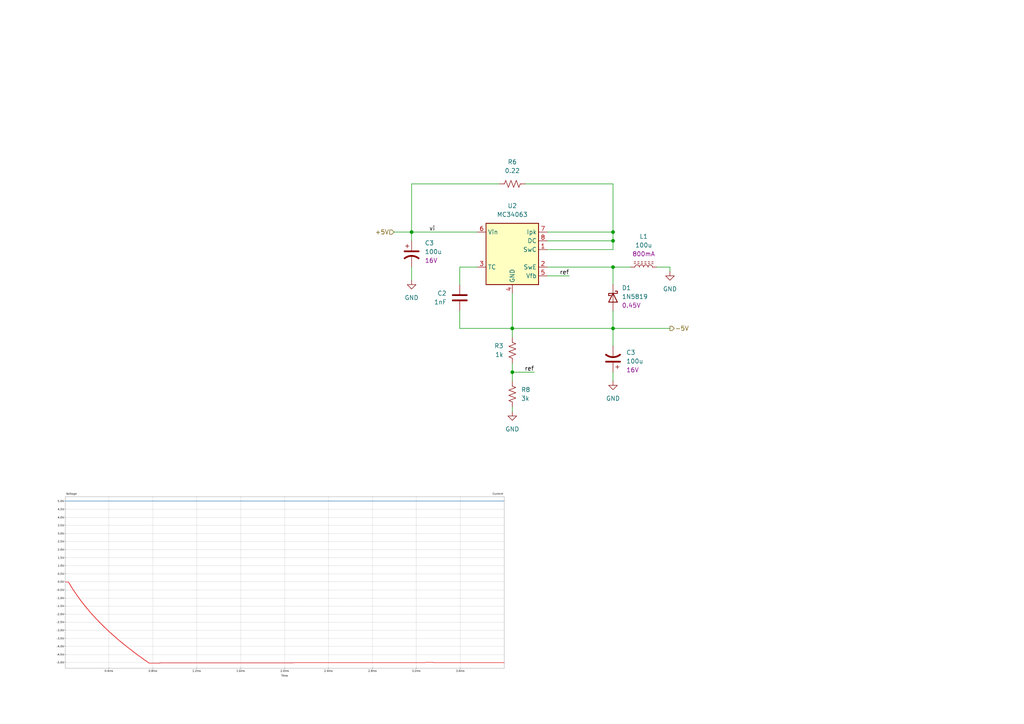
<source format=kicad_sch>
(kicad_sch (version 20230121) (generator eeschema)
  (paper "A4")
  (title_block (title "Signal-adapter") (date "2023-12-03") (rev "v1.0.0") (company "Maykol Rey") (comment 1 "Maykol Rey"))
  (lib_symbols
    (symbol "Device:C" (pin_numbers hide) (pin_names (offset 0.254))
      (property "Reference" "C" (at 0.635 2.54 0))
      (property "Value" "C" (at 0.635 -2.54 0))
      (symbol "C_0_1"
        (polyline (pts (xy -2.032 -0.762) (xy 2.032 -0.762)) (stroke (width 0.508)))
        (polyline (pts (xy -2.032 0.762) (xy 2.032 0.762)) (stroke (width 0.508)))
      )
      (symbol "C_1_1"
        (pin passive line (at 0 3.81 270) (length 2.794) (name "~") (number "1"))
        (pin passive line (at 0 -3.81 90) (length 2.794) (name "~") (number "2"))
      )
    )
    (symbol "Device:C_Polarized_US" (pin_numbers hide) (pin_names (offset 0.254) hide)
      (property "Reference" "C" (at 0.635 2.54 0))
      (property "Value" "C_Polarized_US" (at 0.635 -2.54 0))
      (symbol "C_Polarized_US_0_1"
        (polyline (pts (xy -2.032 0.762) (xy 2.032 0.762)) (stroke (width 0.508)))
        (polyline (pts (xy -1.778 2.286) (xy -0.762 2.286)))
        (polyline (pts (xy -1.27 1.778) (xy -1.27 2.794)))
        (arc (start 2.032 -1.27) (mid 0 -0.5572) (end -2.032 -1.27) (stroke (width 0.508)))
      )
      (symbol "C_Polarized_US_1_1"
        (pin passive line (at 0 3.81 270) (length 2.794) (name "~") (number "1"))
        (pin passive line (at 0 -3.81 90) (length 3.302) (name "~") (number "2"))
      )
    )
    (symbol "Device:L_Ferrite" (pin_numbers hide) (pin_names (offset 1.016) hide)
      (property "Reference" "L" (at -1.27 0 90))
      (property "Value" "L_Ferrite" (at 2.794 0 90))
      (symbol "L_Ferrite_0_1"
        (arc (start 0 -2.54) (mid 0.6323 -1.905) (end 0 -1.27))
        (arc (start 0 -1.27) (mid 0.6323 -0.635) (end 0 0))
        (polyline (pts (xy 1.016 -2.794) (xy 1.016 -2.286)))
        (polyline (pts (xy 1.016 -1.778) (xy 1.016 -1.27)))
        (polyline (pts (xy 1.016 -0.762) (xy 1.016 -0.254)))
        (polyline (pts (xy 1.016 0.254) (xy 1.016 0.762)))
        (polyline (pts (xy 1.016 1.27) (xy 1.016 1.778)))
        (polyline (pts (xy 1.016 2.286) (xy 1.016 2.794)))
        (polyline (pts (xy 1.524 -2.286) (xy 1.524 -2.794)))
        (polyline (pts (xy 1.524 -1.27) (xy 1.524 -1.778)))
        (polyline (pts (xy 1.524 -0.254) (xy 1.524 -0.762)))
        (polyline (pts (xy 1.524 0.762) (xy 1.524 0.254)))
        (polyline (pts (xy 1.524 1.778) (xy 1.524 1.27)))
        (polyline (pts (xy 1.524 2.794) (xy 1.524 2.286)))
        (arc (start 0 0) (mid 0.6323 0.635) (end 0 1.27))
        (arc (start 0 1.27) (mid 0.6323 1.905) (end 0 2.54))
      )
      (symbol "L_Ferrite_1_1"
        (pin passive line (at 0 3.81 270) (length 1.27) (name "1") (number "1"))
        (pin passive line (at 0 -3.81 90) (length 1.27) (name "2") (number "2"))
      )
    )
    (symbol "Device:R_US" (pin_numbers hide) (pin_names (offset 0))
      (property "Reference" "R" (at 2.54 0 90))
      (property "Value" "R_US" (at -2.54 0 90))
      (symbol "R_US_0_1"
        (polyline (pts (xy 0 -2.286) (xy 0 -2.54)))
        (polyline (pts (xy 0 2.286) (xy 0 2.54)))
        (polyline (pts (xy 0 -0.762) (xy 1.016 -1.143) (xy 0 -1.524) (xy -1.016 -1.905) (xy 0 -2.286)))
        (polyline (pts (xy 0 0.762) (xy 1.016 0.381) (xy 0 0) (xy -1.016 -0.381) (xy 0 -0.762)))
        (polyline (pts (xy 0 2.286) (xy 1.016 1.905) (xy 0 1.524) (xy -1.016 1.143) (xy 0 0.762)))
      )
      (symbol "R_US_1_1"
        (pin passive line (at 0 3.81 270) (length 1.27) (name "~") (number "1"))
        (pin passive line (at 0 -3.81 90) (length 1.27) (name "~") (number "2"))
      )
    )
    (symbol "Diode:B120-E3" (pin_numbers hide) (pin_names hide)
      (property "Reference" "D" (at 0 2.54 0))
      (property "Value" "B120-E3" (at 0 -2.54 0))
      (symbol "B120-E3_0_1"
        (polyline (pts (xy 1.27 0) (xy -1.27 0)))
        (polyline (pts (xy 1.27 1.27) (xy 1.27 -1.27) (xy -1.27 0) (xy 1.27 1.27)) (stroke (width 0.254)))
        (polyline (pts (xy -1.905 0.635) (xy -1.905 1.27) (xy -1.27 1.27) (xy -1.27 -1.27) (xy -0.635 -1.27) (xy -0.635 -0.635)) (stroke (width 0.254)))
      )
      (symbol "B120-E3_1_1"
        (pin passive line (at -3.81 0 0) (length 2.54) (name "K") (number "1"))
        (pin passive line (at 3.81 0 180) (length 2.54) (name "A") (number "2"))
      )
    )
    (symbol "Regulator_Switching:MC34063AP"
      (property "Reference" "U" (at -7.62 8.89 0))
      (property "Value" "MC34063AP" (at 0 8.89 0))
      (symbol "MC34063AP_0_1"
        (rectangle (start -7.62 7.62) (end 7.62 -10.16) (stroke (width 0.254)) (fill (type background)))
      )
      (symbol "MC34063AP_1_1"
        (pin open_collector line (at 10.16 0 180) (length 2.54) (name "SwC") (number "1"))
        (pin open_emitter line (at 10.16 -5.08 180) (length 2.54) (name "SwE") (number "2"))
        (pin passive line (at -10.16 -5.08 0) (length 2.54) (name "TC") (number "3"))
        (pin power_in line (at 0 -12.7 90) (length 2.54) (name "GND") (number "4"))
        (pin input line (at 10.16 -7.62 180) (length 2.54) (name "Vfb") (number "5"))
        (pin power_in line (at -10.16 5.08 0) (length 2.54) (name "Vin") (number "6"))
        (pin input line (at 10.16 5.08 180) (length 2.54) (name "Ipk") (number "7"))
        (pin open_collector line (at 10.16 2.54 180) (length 2.54) (name "DC") (number "8"))
      )
    )
    (symbol "power:GND" (power) (pin_names (offset 0))
      (property "Value" "GND" (at 0 -3.81 0))
      (symbol "GND_0_1"
        (polyline (pts (xy 0 0) (xy 0 -1.27) (xy 1.27 -1.27) (xy 0 -2.54) (xy -1.27 -1.27) (xy 0 -1.27)))
      )
      (symbol "GND_1_1"
        (pin power_in line (at 0 0 270) (length 0) hide (name "GND") (number "1"))
      )
    )
  )
  (junction (at 177.8 77.47))
  (junction (at 148.59 107.95))
  (junction (at 177.8 95.25))
  (junction (at 177.8 67.31))
  (junction (at 177.8 69.85))
  (junction (at 119.38 67.31))
  (junction (at 148.59 95.25))
  (wire (pts (xy 133.35 77.47) (xy 138.43 77.47)))
  (wire (pts (xy 148.59 105.41) (xy 148.59 107.95)))
  (wire (pts (xy 119.38 67.31) (xy 138.43 67.31)))
  (wire (pts (xy 177.8 95.25) (xy 177.8 100.33)))
  (wire (pts (xy 177.8 53.34) (xy 177.8 67.31)))
  (wire (pts (xy 119.38 77.47) (xy 119.38 81.28)))
  (wire (pts (xy 148.59 95.25) (xy 148.59 97.79)))
  (wire (pts (xy 194.31 77.47) (xy 190.5 77.47)))
  (wire (pts (xy 152.4 53.34) (xy 177.8 53.34)))
  (wire (pts (xy 133.35 82.55) (xy 133.35 77.47)))
  (wire (pts (xy 177.8 72.39) (xy 177.8 69.85)))
  (wire (pts (xy 177.8 77.47) (xy 182.88 77.47)))
  (wire (pts (xy 119.38 53.34) (xy 119.38 67.31)))
  (wire (pts (xy 158.75 77.47) (xy 177.8 77.47)))
  (wire (pts (xy 144.78 53.34) (xy 119.38 53.34)))
  (wire (pts (xy 148.59 95.25) (xy 177.8 95.25)))
  (wire (pts (xy 133.35 90.17) (xy 133.35 95.25)))
  (wire (pts (xy 148.59 95.25) (xy 133.35 95.25)))
  (wire (pts (xy 177.8 67.31) (xy 177.8 69.85)))
  (wire (pts (xy 148.59 85.09) (xy 148.59 95.25)))
  (wire (pts (xy 177.8 95.25) (xy 194.31 95.25)))
  (wire (pts (xy 194.31 78.74) (xy 194.31 77.47)))
  (wire (pts (xy 148.59 107.95) (xy 148.59 110.49)))
  (wire (pts (xy 119.38 67.31) (xy 119.38 69.85)))
  (wire (pts (xy 148.59 118.11) (xy 148.59 119.38)))
  (wire (pts (xy 158.75 72.39) (xy 177.8 72.39)))
  (wire (pts (xy 114.3 67.31) (xy 119.38 67.31)))
  (wire (pts (xy 158.75 80.01) (xy 165.1 80.01)))
  (wire (pts (xy 177.8 90.17) (xy 177.8 95.25)))
  (wire (pts (xy 177.8 107.95) (xy 177.8 110.49)))
  (wire (pts (xy 158.75 67.31) (xy 177.8 67.31)))
  (wire (pts (xy 177.8 69.85) (xy 158.75 69.85)))
  (wire (pts (xy 148.59 107.95) (xy 154.94 107.95)))
  (wire (pts (xy 177.8 77.47) (xy 177.8 82.55)))
  (image (at 82.55 168.91) (scale 0.903026))
  (label "ref" (at 154.94 107.95 180))
  (label "ref" (at 165.1 80.01 180))
  (label "vi" (at 124.46 67.31 0))
  (hierarchical_label "+5V" (shape input) (at 114.3 67.31 180))
  (hierarchical_label "-5V" (shape output) (at 194.31 95.25 0))
  (symbol (lib_id "Device:R_US") (at 148.59 53.34 90) (unit 1)
    (property "Reference" "R6" (at 148.59 46.99 90))
    (property "Value" "0.22" (at 148.59 49.53 90))
    (property "Footprint" "Resistor_SMD:R_1210_3225Metric" (effects hide))
    (property "Datasheet" "https://datasheet.lcsc.com/lcsc/2304140030_YAGEO-RL1210FR-070R22L_C705574.pdf" (effects hide))
    (property "LCSC Part" "C705574" (effects hide))
    (property "Mfr. Part" "RL1210FR-070R22L" (effects hide))
    (property "Manufacturer" "YAGEO" (effects hide))
    (property "Description" "0.5W 220mΩ Surface Mount Current Sensing Resistors ±600ppm/℃ ±1% 1210 Current Sense Resistors/Shunt Resistors ROHS" (effects hide))
    (property "Price" "0.0338" (effects hide))
  )
  (symbol (lib_id "power:GND") (at 194.31 78.74 0) (unit 1)
    (property "Reference" "#PWR06" (effects hide))
    (property "Value" "GND" (at 194.31 83.82 0))
  )
  (symbol (lib_id "power:GND") (at 177.8 110.49 0) (unit 1)
    (property "Reference" "#PWR07" (effects hide))
    (property "Value" "GND" (at 177.8 115.57 0))
  )
  (symbol (lib_id "power:GND") (at 119.38 81.28 0) (unit 1)
    (property "Reference" "#PWR08" (effects hide))
    (property "Value" "GND" (at 119.38 86.36 0))
  )
  (symbol (lib_id "Device:C_Polarized_US") (at 177.8 104.14 180) (unit 1)
    (property "Reference" "C3" (at 181.61 102.235 0) (effects (justify right)))
    (property "Value" "100u" (at 181.61 104.775 0) (effects (justify right)))
    (property "Footprint" "Capacitor_THT:CP_Radial_D5.0mm_P2.00mm" (effects hide))
    (property "Datasheet" "https://datasheet.lcsc.com/lcsc/2305261801_KNSCHA-152EC0407_C6718387.pdf" (effects hide))
    (property "LCSC Part" "C6718387" (effects hide))
    (property "Mfr. Part" "152EC0407" (effects hide))
    (property "Manufacturer" "KNSCHA" (effects hide))
    (property "Description" "100uF 16V 145mA@100kHz ±20% Plugin,D5xL11mm Aluminum Electrolytic Capacitors - Leaded ROHS" (effects hide))
    (property "Price" "0.0136" (effects hide))
    (property "V" "16V" (at 181.61 107.315 0) (effects (justify right)))
  )
  (symbol (lib_id "Diode:B120-E3") (at 177.8 86.36 270) (unit 1)
    (property "Reference" "D1" (at 180.34 83.5025 90) (effects (justify left)))
    (property "Value" "1N5819" (at 180.34 86.0425 90) (effects (justify left)))
    (property "Footprint" "Diode_SMD:D_SOD-123" (effects hide))
    (property "Datasheet" "https://www.mccsemi.com/pdf/Products/SS12-L-SS110-L(DO-214AC).pdf" (effects hide))
    (property "Manufacturer" "Diodes Incorporated" (effects hide))
    (property "Price" "0.02" (effects hide))
    (property "LCSC Part" "C82544" (effects hide))
    (property "Mfr. Part" "1N5819HW-7-F" (effects hide))
    (property "Description" "40V 450mV@1A 1A SOD-123 Schottky Barrier Diodes (SBD) ROHS" (effects hide))
    (property "VF" "0.45V" (at 180.34 88.5825 90) (effects (justify left)))
    (instances (project "signal_adjustment" (path "" (reference "D1") (unit 1))) (project "pcb_tas_switcher" (path "" (reference "D12") (unit 1))) (project "power" (path "" (reference "D12") (unit 1))) (project "display-esp32" (path "" (reference "D5") (unit 1))) (project "BATTERY_CHARGER" (path "" (reference "D12") (unit 1))))
  )
  (symbol (lib_id "Regulator_Switching:MC34063AP") (at 148.59 72.39 0) (unit 1)
    (property "Reference" "U2" (at 148.59 59.69 0))
    (property "Value" "MC34063" (at 148.59 62.23 0))
    (property "Footprint" "Package_SO:HSOP-8-1EP_3.9x4.9mm_P1.27mm_EP2.3x2.3mm" (effects hide))
    (property "Datasheet" "http://www.onsemi.com/pub_link/Collateral/MC34063A-D.PDF" (effects hide))
    (property "LCSC Part" "C71111" (effects hide))
    (property "Mfr. Part" "MC34063AG-S08-R" (effects hide))
    (property "Manufacturer" "UTC(Unisonic Tech)" (effects hide))
    (property "Description" "Buck-boost type 1.25V~30V 3V~40V 1.5A SOIC-8 DC-DC Converters ROHS" (effects hide))
    (property "Price" "0.0949" (effects hide))
    (property "Sim.Library" "/home/maykol/Documentos/spice/mc34063.lib" (effects hide))
    (property "Sim.Name" "mc34063a" (effects hide))
    (property "Sim.Device" "SUBCKT" (effects hide))
    (property "Sim.Pins" "1=1 2=2 3=3 4=4 5=5 6=6 7=7 8=8" (effects hide))
  )
  (symbol (lib_id "Device:C") (at 133.35 86.36 0) (unit 1)
    (property "Reference" "C2" (at 129.54 85.09 0) (effects (justify right)))
    (property "Value" "1nF" (at 129.54 87.63 0) (effects (justify right)))
    (property "Footprint" "Capacitor_SMD:C_0603_1608Metric" (effects hide))
    (property "Datasheet" "https://datasheet.lcsc.com/lcsc/2304140030_YAGEO-CC0603KRX7R9BB102_C100040.pdf" (effects hide))
    (property "LCSC Part" "C100040" (effects hide))
    (property "Mfr. Part" "CC0603KRX7R9BB102" (effects hide))
    (property "Manufacturer" "YAGEO" (effects hide))
    (property "Description" "50V 1nF X7R ±10% 0603 Multilayer Ceramic Capacitors MLCC - SMD/SMT ROHS" (effects hide))
    (property "Price" "0.0020" (effects hide))
  )
  (symbol (lib_id "Device:C_Polarized_US") (at 119.38 73.66 0) (unit 1)
    (property "Reference" "C3" (at 123.19 70.485 0) (effects (justify left)))
    (property "Value" "100u" (at 123.19 73.025 0) (effects (justify left)))
    (property "Footprint" "Capacitor_THT:CP_Radial_D5.0mm_P2.00mm" (effects hide))
    (property "Datasheet" "https://datasheet.lcsc.com/lcsc/2305261801_KNSCHA-152EC0407_C6718387.pdf" (effects hide))
    (property "LCSC Part" "C6718387" (effects hide))
    (property "Mfr. Part" "152EC0407" (effects hide))
    (property "Manufacturer" "KNSCHA" (effects hide))
    (property "Description" "100uF 16V 145mA@100kHz ±20% Plugin,D5xL11mm Aluminum Electrolytic Capacitors - Leaded ROHS" (effects hide))
    (property "Price" "0.0136" (effects hide))
    (property "V" "16V" (at 123.19 75.565 0) (effects (justify left)))
  )
  (symbol (lib_id "Device:L_Ferrite") (at 186.69 77.47 90) (unit 1)
    (property "Reference" "L1" (at 186.69 68.58 90))
    (property "Value" "100u" (at 186.69 71.12 90))
    (property "Footprint" "Inductor_SMD:L_Changjiang_FNR6045S" (effects hide))
    (property "Datasheet" "https://datasheet.lcsc.com/lcsc/2006231815_YJYCOIN-YNR6045-101M_C341070.pdf" (effects hide))
    (property "LCSC Part" "C341070" (effects hide))
    (property "Mfr. Part" "YNR6045-101M" (effects hide))
    (property "Manufacturer" "YJYCOIN" (effects hide))
    (property "Description" "800mA 100uH ±20% SMD,6x6mm Power Inductors ROHS" (effects hide))
    (property "Price" "0.0695" (effects hide))
    (property "I" "800mA" (at 186.69 73.66 90))
  )
  (symbol (lib_id "Device:R_US") (at 148.59 101.6 180) (unit 1)
    (property "Reference" "R3" (at 146.05 100.3299 0) (effects (justify left)))
    (property "Value" "1k" (at 146.05 102.8699 0) (effects (justify left)))
    (property "Footprint" "Resistor_SMD:R_0603_1608Metric_Pad0.98x0.95mm_HandSolder" (effects hide))
    (property "LCSC Part" "C21190" (effects hide))
    (property "Mfr. Part" "0603WAF1001T5E" (effects hide))
    (property "Manufacturer" "UNI-ROYAL(Uniroyal Elec)" (effects hide))
    (property "Description" "100mW Thick Film Resistors ±100ppm/℃ ±1% 1kΩ 0603 Chip Resistor - Surface Mount ROHS" (effects hide))
    (property "Price" "0.0006" (effects hide))
    (instances (project "signal_adjustment" (path "" (reference "R3") (unit 1))) (project "cargadorDeBateriasLitIon" (path "" (reference "R3") (unit 1))) (project "display-esp32" (path "" (reference "R6") (unit 1))))
  )
  (symbol (lib_id "Device:R_US") (at 148.59 114.3 0) (unit 1)
    (property "Reference" "R8" (at 151.13 113.03 0) (effects (justify left)))
    (property "Value" "3k" (at 151.13 115.57 0) (effects (justify left)))
    (property "Footprint" "Resistor_SMD:R_0603_1608Metric_Pad0.98x0.95mm_HandSolder" (effects hide))
    (property "LCSC Part" "C2930150" (effects hide))
    (property "Mfr. Part" "FRC0603F3R00TS" (effects hide))
    (property "Manufacturer" "FOJAN" (effects hide))
    (property "Description" "100mW Thick Film Resistors ±1% ±200ppm/℃ 3Ω 0603 Chip Resistor - Surface Mount ROHS" (effects hide))
    (property "Price" "0.0012" (effects hide))
  )
  (symbol (lib_id "power:GND") (at 148.59 119.38 0) (unit 1)
    (property "Reference" "#PWR010" (effects hide))
    (property "Value" "GND" (at 148.59 124.46 0))
  )
)
</source>
